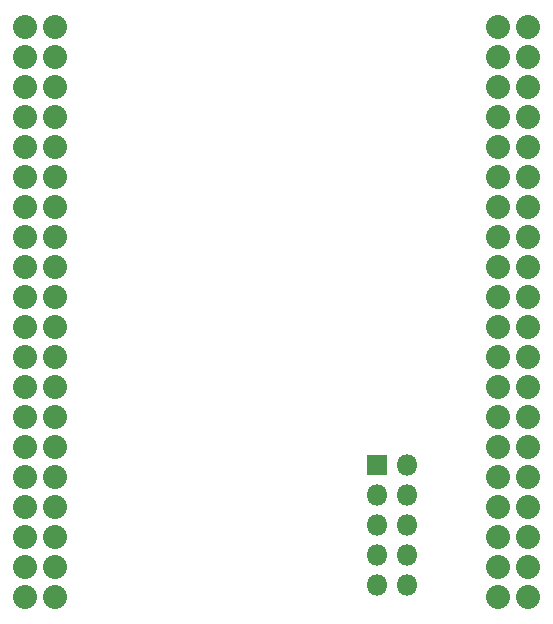
<source format=gbs>
G04 #@! TF.GenerationSoftware,KiCad,Pcbnew,8.0.6*
G04 #@! TF.CreationDate,2025-10-07T20:56:46+05:30*
G04 #@! TF.ProjectId,tt-ecp5-cb,74742d65-6370-4352-9d63-622e6b696361,rev?*
G04 #@! TF.SameCoordinates,Original*
G04 #@! TF.FileFunction,Soldermask,Bot*
G04 #@! TF.FilePolarity,Negative*
%FSLAX46Y46*%
G04 Gerber Fmt 4.6, Leading zero omitted, Abs format (unit mm)*
G04 Created by KiCad (PCBNEW 8.0.6) date 2025-10-07 20:56:46*
%MOMM*%
%LPD*%
G01*
G04 APERTURE LIST*
%ADD10C,2.032000*%
%ADD11R,1.800000X1.800000*%
%ADD12O,1.800000X1.800000*%
G04 APERTURE END LIST*
D10*
G04 #@! TO.C,J2*
X99969000Y-64770000D03*
X102509000Y-64770000D03*
X99969000Y-67310000D03*
X102509000Y-67310000D03*
X99969000Y-69850000D03*
X102509000Y-69850000D03*
X99969000Y-72390000D03*
X102509000Y-72390000D03*
X99969000Y-74930000D03*
X102509000Y-74930000D03*
X99969000Y-77470000D03*
X102509000Y-77470000D03*
X99969000Y-80010000D03*
X102509000Y-80010000D03*
X99969000Y-82550000D03*
X102509000Y-82550000D03*
X99969000Y-85090000D03*
X102509000Y-85090000D03*
X99969000Y-87630000D03*
X102509000Y-87630000D03*
X99969000Y-90170000D03*
X102509000Y-90170000D03*
X99969000Y-92710000D03*
X102509000Y-92710000D03*
X99969000Y-95250000D03*
X102509000Y-95250000D03*
X99969000Y-97790000D03*
X102509000Y-97790000D03*
X99969000Y-100330000D03*
X102509000Y-100330000D03*
X99969000Y-102870000D03*
X102509000Y-102870000D03*
X99969000Y-105410000D03*
X102509000Y-105410000D03*
X99969000Y-107950000D03*
X102509000Y-107950000D03*
X99969000Y-110490000D03*
X102509000Y-110490000D03*
X99969000Y-113030000D03*
X102509000Y-113030000D03*
X139969000Y-64770000D03*
X142509000Y-64770000D03*
X139969000Y-67310000D03*
X142509000Y-67310000D03*
X139969000Y-69850000D03*
X142509000Y-69850000D03*
X139969000Y-72390000D03*
X142509000Y-72390000D03*
X139969000Y-74930000D03*
X142509000Y-74930000D03*
X139969000Y-77470000D03*
X142509000Y-77470000D03*
X139969000Y-80010000D03*
X142509000Y-80010000D03*
X139969000Y-82550000D03*
X142509000Y-82550000D03*
X139969000Y-85090000D03*
X142509000Y-85090000D03*
X139969000Y-87630000D03*
X142509000Y-87630000D03*
X139969000Y-90170000D03*
X142509000Y-90170000D03*
X139969000Y-92710000D03*
X142509000Y-92710000D03*
X139969000Y-95250000D03*
X142509000Y-95250000D03*
X139969000Y-97790000D03*
X142509000Y-97790000D03*
X139969000Y-100330000D03*
X142509000Y-100330000D03*
X139969000Y-102870000D03*
X142509000Y-102870000D03*
X139969000Y-105410000D03*
X142509000Y-105410000D03*
X139969000Y-107950000D03*
X142509000Y-107950000D03*
X139969000Y-110490000D03*
X142509000Y-110490000D03*
X139969000Y-113030000D03*
X142509000Y-113030000D03*
G04 #@! TD*
D11*
G04 #@! TO.C,J1*
X129794000Y-101854000D03*
D12*
X132334000Y-101854000D03*
X129794000Y-104394000D03*
X132334000Y-104394000D03*
X129794000Y-106934000D03*
X132334000Y-106934000D03*
X129794000Y-109474000D03*
X132334000Y-109474000D03*
X129794000Y-112014000D03*
X132334000Y-112014000D03*
G04 #@! TD*
M02*

</source>
